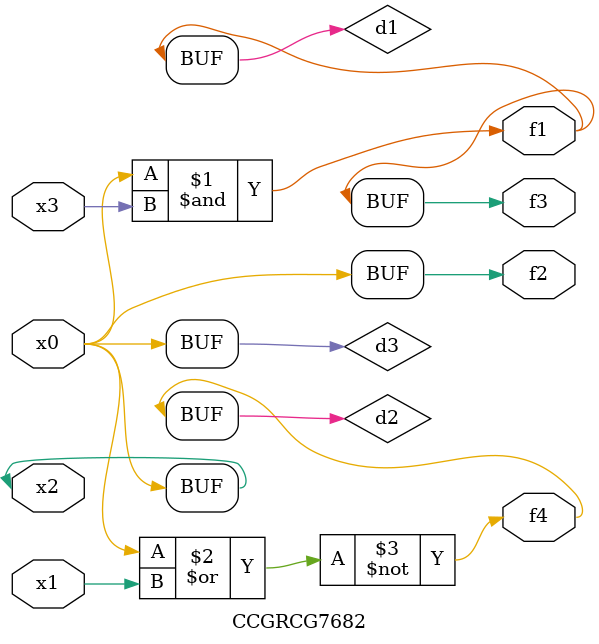
<source format=v>
module CCGRCG7682(
	input x0, x1, x2, x3,
	output f1, f2, f3, f4
);

	wire d1, d2, d3;

	and (d1, x2, x3);
	nor (d2, x0, x1);
	buf (d3, x0, x2);
	assign f1 = d1;
	assign f2 = d3;
	assign f3 = d1;
	assign f4 = d2;
endmodule

</source>
